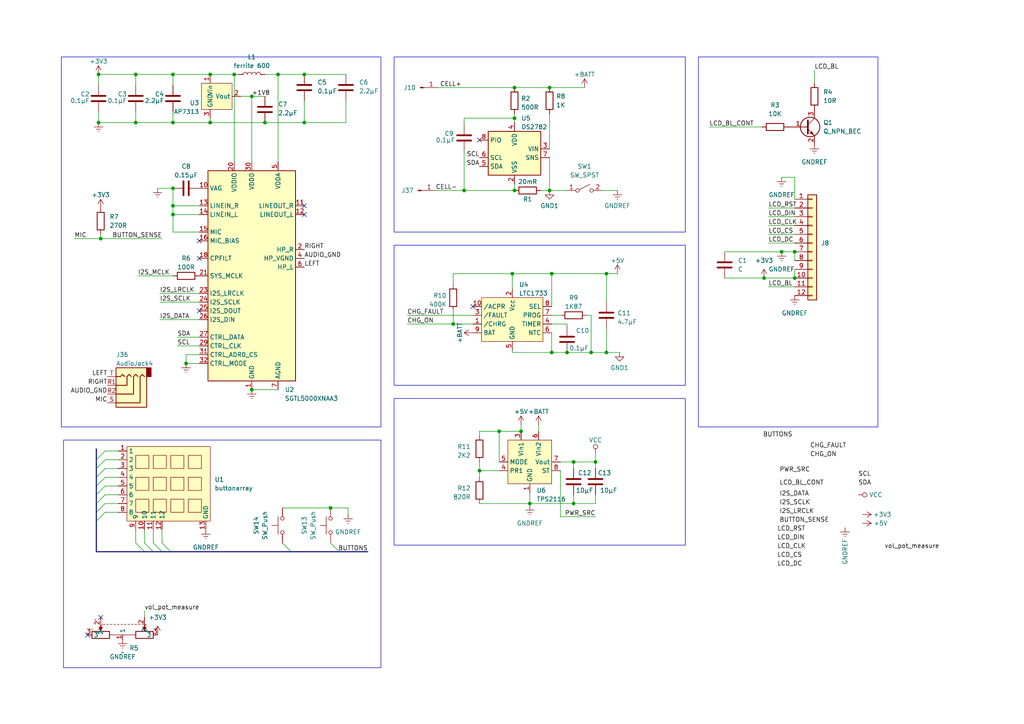
<source format=kicad_sch>
(kicad_sch (version 20230121) (generator eeschema)
  (paper "A4")
  (junction (at 50.165 54.61))
  (junction (at 172.72 133.985))
  (junction (at 497.84 48.895))
  (junction (at 67.945 21.59))
  (junction (at 538.48 40.005))
  (junction (at 148.59 79.375))
  (junction (at 572.77 40.005))
  (junction (at 60.96 35.56))
  (junction (at 351.79 12.065))
  (junction (at 149.225 34.29))
  (junction (at 88.265 35.56))
  (junction (at 549.91 40.005))
  (junction (at 50.165 59.69))
  (junction (at 160.02 79.375))
  (junction (at 438.15 70.485))
  (junction (at 149.225 25.4))
  (junction (at 39.37 35.56))
  (junction (at 28.575 21.59))
  (junction (at 538.48 28.575))
  (junction (at 39.37 21.59))
  (junction (at 164.465 102.235))
  (junction (at 584.2 40.005))
  (junction (at 595.63 40.005))
  (junction (at 159.385 55.245))
  (junction (at 518.16 48.895))
  (junction (at 149.225 55.245))
  (junction (at 469.9 28.575))
  (junction (at 481.33 48.895))
  (junction (at 348.615 99.06))
  (junction (at 422.91 83.185))
  (junction (at 422.91 70.485))
  (junction (at 391.795 197.485))
  (junction (at 584.2 28.575))
  (junction (at 153.67 146.05))
  (junction (at 447.04 38.735))
  (junction (at 457.2 57.785))
  (junction (at 131.445 93.98))
  (junction (at 411.48 62.865))
  (junction (at 411.48 83.185))
  (junction (at 344.17 27.305))
  (junction (at 159.385 25.4))
  (junction (at 175.895 79.375))
  (junction (at 50.165 21.59))
  (junction (at 144.78 125.095))
  (junction (at 478.79 28.575))
  (junction (at 76.835 35.56))
  (junction (at 377.825 74.93))
  (junction (at 549.91 28.575))
  (junction (at 171.45 102.235))
  (junction (at 151.13 125.095))
  (junction (at 377.825 78.74))
  (junction (at 502.92 48.895))
  (junction (at 561.34 28.575))
  (junction (at 362.585 99.06))
  (junction (at 230.505 80.645))
  (junction (at 160.02 102.235))
  (junction (at 514.35 48.895))
  (junction (at 73.025 113.03))
  (junction (at 458.47 28.575))
  (junction (at 500.38 48.895))
  (junction (at 458.47 38.735))
  (junction (at 361.95 12.065))
  (junction (at 175.895 102.235))
  (junction (at 561.34 40.005))
  (junction (at 50.165 35.56))
  (junction (at 88.265 21.59))
  (junction (at 230.505 73.025))
  (junction (at 476.885 226.695) (diameter 1.016))
  (junction (at 166.37 133.985))
  (junction (at 53.975 105.41))
  (junction (at 60.96 21.59))
  (junction (at 95.885 147.32))
  (junction (at 518.16 28.575))
  (junction (at 29.21 69.215))
  (junction (at 411.48 57.785))
  (junction (at 391.795 207.645))
  (junction (at 505.46 48.895))
  (junction (at 344.17 29.845))
  (junction (at 508 48.895))
  (junction (at 80.645 21.59))
  (junction (at 527.05 28.575))
  (junction (at 226.695 73.025))
  (junction (at 221.615 80.645))
  (junction (at 73.025 27.94))
  (junction (at 166.37 146.05))
  (junction (at 328.93 50.165))
  (junction (at 397.51 12.065))
  (junction (at 134.62 55.245))
  (junction (at 510.54 48.895))
  (junction (at 572.77 28.575))
  (junction (at 50.165 62.23))
  (junction (at 370.205 207.645))
  (junction (at 478.79 48.895))
  (junction (at 28.575 35.56))
  (junction (at 139.065 136.525))
  (no_connect (at 137.16 88.9))
  (no_connect (at 139.065 40.64))
  (no_connect (at 57.785 69.85))
  (no_connect (at 88.265 59.69))
  (no_connect (at 344.17 19.685))
  (no_connect (at 498.475 236.855))
  (no_connect (at 29.21 179.07))
  (no_connect (at 88.265 62.23))
  (no_connect (at 509.905 254.635))
  (no_connect (at 25.4 184.15))
  (no_connect (at 344.17 17.145))
  (no_connect (at 57.785 90.17))
  (no_connect (at 498.475 234.315))
  (no_connect (at 57.785 74.93))
  (bus_entry (at 95.885 157.48) (size 2.54 2.54))
  (bus_entry (at 30.48 143.51) (size -2.54 2.54))
  (bus_entry (at 548.64 109.855) (size 2.54 2.54))
  (bus_entry (at 46.99 157.48) (size 2.54 2.54))
  (bus_entry (at 548.64 142.875) (size 2.54 2.54))
  (bus_entry (at 39.37 157.48) (size 2.54 2.54))
  (bus_entry (at 30.48 135.89) (size -2.54 2.54))
  (bus_entry (at 548.64 132.715) (size 2.54 2.54))
  (bus_entry (at 548.64 127.635) (size 2.54 2.54))
  (bus_entry (at 30.48 140.97) (size -2.54 2.54))
  (bus_entry (at 30.48 133.35) (size -2.54 2.54))
  (bus_entry (at 30.48 130.81) (size -2.54 2.54))
  (bus_entry (at 548.64 117.475) (size 2.54 2.54))
  (bus_entry (at 548.64 140.335) (size 2.54 2.54))
  (bus_entry (at 548.64 125.095) (size 2.54 2.54))
  (bus_entry (at 41.91 157.48) (size 2.54 2.54))
  (bus_entry (at 548.64 114.935) (size 2.54 2.54))
  (bus_entry (at 548.64 112.395) (size 2.54 2.54))
  (bus_entry (at 548.64 130.175) (size 2.54 2.54))
  (bus_entry (at 548.64 137.795) (size 2.54 2.54))
  (bus_entry (at 30.48 146.05) (size -2.54 2.54))
  (bus_entry (at 548.64 135.255) (size 2.54 2.54))
  (bus_entry (at 548.64 120.015) (size 2.54 2.54))
  (bus_entry (at 30.48 148.59) (size -2.54 2.54))
  (bus_entry (at 30.48 138.43) (size -2.54 2.54))
  (bus_entry (at 44.45 157.48) (size 2.54 2.54))
  (bus_entry (at 81.915 157.48) (size 2.54 2.54))
  (bus_entry (at 548.64 122.555) (size 2.54 2.54))
  (wire (pts (xy 118.11 91.44) (xy 137.16 91.44)))
  (wire (pts (xy 73.025 113.03) (xy 80.645 113.03)))
  (wire (pts (xy 498.475 231.775) (xy 487.045 231.775)))
  (wire (pts (xy 595.63 37.465) (xy 595.63 40.005)))
  (wire (pts (xy 572.77 29.845) (xy 572.77 28.575)))
  (wire (pts (xy 533.4 109.855) (xy 548.64 109.855)))
  (wire (pts (xy 390.525 96.52) (xy 407.035 96.52)))
  (wire (pts (xy 505.46 48.895) (xy 508 48.895)))
  (wire (pts (xy 422.91 71.755) (xy 422.91 70.485)))
  (wire (pts (xy 469.9 120.015) (xy 455.93 120.015)))
  (wire (pts (xy 144.78 133.985) (xy 144.78 125.095)))
  (wire (pts (xy 222.885 62.865) (xy 230.505 62.865)))
  (wire (pts (xy 160.02 102.235) (xy 148.59 102.235)))
  (polyline (pts (xy 549.275 260.985) (xy 471.805 260.985)) (stroke (width 0) (type solid)))
  (wire (pts (xy 469.9 78.105) (xy 445.77 78.105)))
  (wire (pts (xy 497.84 48.895) (xy 500.38 48.895)))
  (wire (pts (xy 413.385 207.645) (xy 423.545 207.645)))
  (wire (pts (xy 533.4 89.535) (xy 548.64 89.535)))
  (wire (pts (xy 60.96 21.59) (xy 67.945 21.59)))
  (wire (pts (xy 384.175 74.93) (xy 377.825 74.93)))
  (wire (pts (xy 159.385 25.4) (xy 169.545 25.4)))
  (wire (pts (xy 100.965 147.32) (xy 100.965 149.225)))
  (wire (pts (xy 487.045 219.075) (xy 498.475 219.075)))
  (wire (pts (xy 144.78 136.525) (xy 139.065 136.525)))
  (bus (pts (xy 27.94 146.05) (xy 27.94 148.59)))
  (wire (pts (xy 422.91 69.215) (xy 422.91 70.485)))
  (wire (pts (xy 539.75 247.015) (xy 532.765 247.015)))
  (wire (pts (xy 30.48 148.59) (xy 34.29 148.59)))
  (wire (pts (xy 172.72 146.05) (xy 166.37 146.05)))
  (wire (pts (xy 533.4 137.795) (xy 548.64 137.795)))
  (wire (pts (xy 29.21 69.215) (xy 46.99 69.215)))
  (wire (pts (xy 159.385 55.245) (xy 159.385 45.72)))
  (wire (pts (xy 172.72 143.51) (xy 172.72 146.05)))
  (wire (pts (xy 431.165 90.805) (xy 431.165 93.345)))
  (wire (pts (xy 139.065 126.365) (xy 139.065 125.095)))
  (wire (pts (xy 50.165 59.69) (xy 50.165 62.23)))
  (wire (pts (xy 230.505 51.435) (xy 230.505 57.785)))
  (wire (pts (xy 481.33 48.895) (xy 478.79 48.895)))
  (wire (pts (xy 491.49 48.895) (xy 497.84 48.895)))
  (wire (pts (xy 476.885 224.155) (xy 476.885 226.695)))
  (wire (pts (xy 390.525 99.06) (xy 407.035 99.06)))
  (wire (pts (xy 139.065 133.985) (xy 139.065 136.525)))
  (wire (pts (xy 160.02 88.9) (xy 160.02 79.375)))
  (wire (pts (xy 159.385 55.245) (xy 164.465 55.245)))
  (wire (pts (xy 457.2 67.945) (xy 457.2 66.675)))
  (wire (pts (xy 447.04 37.465) (xy 447.04 38.735)))
  (wire (pts (xy 481.33 48.895) (xy 483.87 48.895)))
  (wire (pts (xy 584.2 37.465) (xy 584.2 40.005)))
  (wire (pts (xy 30.48 143.51) (xy 34.29 143.51)))
  (wire (pts (xy 467.36 73.025) (xy 469.9 73.025)))
  (wire (pts (xy 30.48 138.43) (xy 34.29 138.43)))
  (wire (pts (xy 69.85 27.94) (xy 73.025 27.94)))
  (wire (pts (xy 118.11 93.98) (xy 131.445 93.98)))
  (wire (pts (xy 467.36 57.785) (xy 467.36 73.025)))
  (wire (pts (xy 41.91 157.48) (xy 41.91 153.67)))
  (bus (pts (xy 551.18 130.175) (xy 551.18 127.635)))
  (wire (pts (xy 344.17 24.765) (xy 344.17 27.305)))
  (wire (pts (xy 351.79 10.795) (xy 351.79 12.065)))
  (wire (pts (xy 50.165 62.23) (xy 57.785 62.23)))
  (wire (pts (xy 377.825 74.93) (xy 377.825 78.74)))
  (wire (pts (xy 30.48 133.35) (xy 34.29 133.35)))
  (wire (pts (xy 469.9 146.685) (xy 455.93 146.685)))
  (wire (pts (xy 172.72 133.985) (xy 172.72 135.89)))
  (wire (pts (xy 476.885 226.695) (xy 498.475 226.695)))
  (wire (pts (xy 533.4 81.915) (xy 548.64 81.915)))
  (bus (pts (xy 27.94 133.35) (xy 27.94 135.89)))
  (wire (pts (xy 380.365 207.645) (xy 391.795 207.645)))
  (bus (pts (xy 98.425 160.02) (xy 106.68 160.02)))
  (wire (pts (xy 532.765 247.015) (xy 532.765 249.555)))
  (wire (pts (xy 88.265 29.21) (xy 88.265 35.56)))
  (wire (pts (xy 498.475 216.535) (xy 487.045 216.535)))
  (bus (pts (xy 27.94 130.175) (xy 27.94 133.35)))
  (wire (pts (xy 549.91 40.005) (xy 538.48 40.005)))
  (wire (pts (xy 179.705 102.235) (xy 175.895 102.235)))
  (wire (pts (xy 344.17 29.845) (xy 344.17 32.385)))
  (wire (pts (xy 127 25.4) (xy 149.225 25.4)))
  (wire (pts (xy 533.4 97.155) (xy 548.64 97.155)))
  (wire (pts (xy 484.505 221.615) (xy 484.505 216.535)))
  (wire (pts (xy 510.54 48.895) (xy 514.35 48.895)))
  (wire (pts (xy 80.645 21.59) (xy 88.265 21.59)))
  (wire (pts (xy 533.4 127.635) (xy 548.64 127.635)))
  (wire (pts (xy 533.4 153.035) (xy 548.64 153.035)))
  (wire (pts (xy 478.79 28.575) (xy 478.79 48.895)))
  (wire (pts (xy 149.225 34.29) (xy 149.225 35.56)))
  (wire (pts (xy 391.795 207.645) (xy 405.765 207.645)))
  (wire (pts (xy 508 48.895) (xy 510.54 48.895)))
  (wire (pts (xy 533.4 150.495) (xy 548.64 150.495)))
  (wire (pts (xy 134.62 43.815) (xy 134.62 55.245)))
  (wire (pts (xy 162.56 91.44) (xy 160.02 91.44)))
  (wire (pts (xy 362.585 87.63) (xy 362.585 99.06)))
  (wire (pts (xy 509.905 249.555) (xy 501.015 249.555)))
  (polyline (pts (xy 471.805 198.755) (xy 549.275 198.755)) (stroke (width 0) (type solid)))
  (wire (pts (xy 422.91 79.375) (xy 422.91 83.185)))
  (bus (pts (xy 551.18 125.095) (xy 551.18 122.555)))
  (wire (pts (xy 50.165 32.385) (xy 50.165 35.56)))
  (wire (pts (xy 175.895 79.375) (xy 160.02 79.375)))
  (wire (pts (xy 508 61.595) (xy 508 48.895)))
  (wire (pts (xy 39.37 32.385) (xy 39.37 35.56)))
  (wire (pts (xy 396.875 202.565) (xy 398.145 202.565)))
  (wire (pts (xy 81.915 147.32) (xy 95.885 147.32)))
  (wire (pts (xy 527.05 37.465) (xy 527.05 40.005)))
  (wire (pts (xy 443.865 90.805) (xy 431.165 90.805)))
  (wire (pts (xy 39.37 157.48) (xy 39.37 153.67)))
  (wire (pts (xy 46.99 157.48) (xy 46.99 153.67)))
  (wire (pts (xy 222.885 60.325) (xy 230.505 60.325)))
  (wire (pts (xy 151.13 123.19) (xy 151.13 125.095)))
  (wire (pts (xy 458.47 28.575) (xy 469.9 28.575)))
  (wire (pts (xy 226.695 51.435) (xy 230.505 51.435)))
  (wire (pts (xy 411.48 79.375) (xy 411.48 83.185)))
  (wire (pts (xy 572.77 37.465) (xy 572.77 40.005)))
  (wire (pts (xy 76.835 21.59) (xy 80.645 21.59)))
  (wire (pts (xy 377.825 111.76) (xy 377.825 113.03)))
  (wire (pts (xy 370.205 197.485) (xy 370.205 207.645)))
  (wire (pts (xy 427.99 132.715) (xy 431.8 132.715)))
  (wire (pts (xy 533.4 130.175) (xy 548.64 130.175)))
  (wire (pts (xy 455.93 114.935) (xy 469.9 114.935)))
  (wire (pts (xy 149.225 33.02) (xy 149.225 34.29)))
  (wire (pts (xy 80.645 21.59) (xy 80.645 46.99)))
  (wire (pts (xy 362.585 99.06) (xy 365.125 99.06)))
  (wire (pts (xy 328.295 90.17) (xy 338.455 90.17)))
  (wire (pts (xy 525.145 249.555) (xy 532.765 249.555)))
  (wire (pts (xy 455.93 94.615) (xy 469.9 94.615)))
  (wire (pts (xy 538.48 29.845) (xy 538.48 28.575)))
  (wire (pts (xy 44.45 157.48) (xy 44.45 153.67)))
  (wire (pts (xy 447.04 29.845) (xy 447.04 28.575)))
  (bus (pts (xy 551.18 117.475) (xy 551.18 114.935)))
  (wire (pts (xy 483.87 48.895) (xy 483.87 61.595)))
  (wire (pts (xy 362.585 80.01) (xy 362.585 78.74)))
  (wire (pts (xy 455.93 102.235) (xy 469.9 102.235)))
  (wire (pts (xy 131.445 79.375) (xy 148.59 79.375)))
  (wire (pts (xy 344.17 27.305) (xy 353.06 27.305)))
  (wire (pts (xy 384.175 76.2) (xy 384.175 74.93)))
  (wire (pts (xy 533.4 104.775) (xy 548.64 104.775)))
  (wire (pts (xy 538.48 28.575) (xy 549.91 28.575)))
  (wire (pts (xy 53.975 102.87) (xy 53.975 105.41)))
  (wire (pts (xy 50.165 67.31) (xy 50.165 62.23)))
  (wire (pts (xy 372.745 197.485) (xy 370.205 197.485)))
  (wire (pts (xy 538.48 40.005) (xy 527.05 40.005)))
  (wire (pts (xy 411.48 57.785) (xy 441.96 57.785)))
  (wire (pts (xy 417.83 132.715) (xy 417.83 136.525)))
  (wire (pts (xy 533.4 140.335) (xy 548.64 140.335)))
  (wire (pts (xy 50.165 24.765) (xy 50.165 21.59)))
  (wire (pts (xy 539.75 62.865) (xy 539.75 69.215)))
  (wire (pts (xy 533.4 132.715) (xy 548.64 132.715)))
  (wire (pts (xy 478.79 27.305) (xy 478.79 28.575)))
  (wire (pts (xy 533.4 147.955) (xy 548.64 147.955)))
  (wire (pts (xy 50.165 35.56) (xy 60.96 35.56)))
  (bus (pts (xy 551.18 109.855) (xy 574.04 109.855)))
  (wire (pts (xy 533.4 107.315) (xy 548.64 107.315)))
  (wire (pts (xy 457.2 57.785) (xy 467.36 57.785)))
  (wire (pts (xy 476.885 226.695) (xy 476.885 227.965)))
  (wire (pts (xy 45.72 54.61) (xy 50.165 54.61)))
  (wire (pts (xy 222.885 83.185) (xy 230.505 83.185)))
  (wire (pts (xy 411.48 55.245) (xy 411.48 57.785)))
  (wire (pts (xy 549.91 29.845) (xy 549.91 28.575)))
  (wire (pts (xy 39.37 35.56) (xy 50.165 35.56)))
  (wire (pts (xy 51.435 97.79) (xy 57.785 97.79)))
  (wire (pts (xy 139.065 125.095) (xy 144.78 125.095)))
  (bus (pts (xy 27.94 148.59) (xy 27.94 151.13)))
  (wire (pts (xy 153.67 146.685) (xy 153.67 146.05)))
  (wire (pts (xy 445.77 78.105) (xy 445.77 70.485)))
  (wire (pts (xy 139.065 146.05) (xy 153.67 146.05)))
  (wire (pts (xy 153.67 142.875) (xy 153.67 146.05)))
  (wire (pts (xy 160.02 96.52) (xy 160.02 102.235)))
  (wire (pts (xy 131.445 93.98) (xy 137.16 93.98)))
  (wire (pts (xy 380.365 197.485) (xy 391.795 197.485)))
  (wire (pts (xy 67.945 21.59) (xy 67.945 46.99)))
  (wire (pts (xy 561.34 40.005) (xy 549.91 40.005)))
  (wire (pts (xy 30.48 135.89) (xy 34.29 135.89)))
  (wire (pts (xy 544.195 236.855) (xy 544.195 241.935)))
  (wire (pts (xy 29.21 67.945) (xy 29.21 69.215)))
  (bus (pts (xy 27.94 140.97) (xy 27.94 143.51)))
  (wire (pts (xy 361.95 20.955) (xy 361.95 22.225)))
  (wire (pts (xy 491.49 61.595) (xy 491.49 48.895)))
  (wire (pts (xy 533.4 155.575) (xy 548.64 155.575)))
  (bus (pts (xy 27.94 160.02) (xy 41.91 160.02)))
  (wire (pts (xy 372.745 207.645) (xy 370.205 207.645)))
  (wire (pts (xy 438.15 70.485) (xy 438.15 71.755)))
  (polyline (pts (xy 549.275 198.755) (xy 549.275 260.985)) (stroke (width 0) (type solid)))
  (wire (pts (xy 541.655 236.855) (xy 544.195 236.855)))
  (wire (pts (xy 230.505 78.105) (xy 230.505 80.645)))
  (bus (pts (xy 551.18 140.335) (xy 551.18 137.795)))
  (wire (pts (xy 221.615 80.645) (xy 230.505 80.645)))
  (wire (pts (xy 509.905 252.095) (xy 501.015 252.095)))
  (wire (pts (xy 561.34 28.575) (xy 572.77 28.575)))
  (wire (pts (xy 149.225 34.29) (xy 134.62 34.29)))
  (wire (pts (xy 595.63 40.005) (xy 595.63 41.91)))
  (wire (pts (xy 595.63 29.845) (xy 595.63 28.575)))
  (bus (pts (xy 551.18 112.395) (xy 551.18 109.855)))
  (wire (pts (xy 166.37 143.51) (xy 166.37 146.05)))
  (wire (pts (xy 411.48 57.785) (xy 411.48 62.865)))
  (wire (pts (xy 139.065 136.525) (xy 139.065 138.43)))
  (wire (pts (xy 222.885 67.945) (xy 230.505 67.945)))
  (wire (pts (xy 449.58 57.785) (xy 457.2 57.785)))
  (wire (pts (xy 76.835 35.56) (xy 88.265 35.56)))
  (wire (pts (xy 518.16 48.895) (xy 518.16 61.595)))
  (bus (pts (xy 551.18 145.415) (xy 551.18 142.875)))
  (wire (pts (xy 57.785 102.87) (xy 53.975 102.87)))
  (wire (pts (xy 166.37 135.89) (xy 166.37 133.985)))
  (wire (pts (xy 584.2 28.575) (xy 595.63 28.575)))
  (wire (pts (xy 533.4 135.255) (xy 548.64 135.255)))
  (wire (pts (xy 533.4 92.075) (xy 548.64 92.075)))
  (wire (pts (xy 30.48 130.81) (xy 34.29 130.81)))
  (bus (pts (xy 44.45 160.02) (xy 46.99 160.02)))
  (wire (pts (xy 148.59 102.235) (xy 148.59 101.6)))
  (wire (pts (xy 498.475 221.615) (xy 484.505 221.615)))
  (wire (pts (xy 502.92 61.595) (xy 502.92 48.895)))
  (wire (pts (xy 166.37 146.05) (xy 153.67 146.05)))
  (wire (pts (xy 226.695 73.025) (xy 230.505 73.025)))
  (wire (pts (xy 458.47 37.465) (xy 458.47 38.735)))
  (wire (pts (xy 149.225 55.245) (xy 149.225 53.34)))
  (wire (pts (xy 533.4 84.455) (xy 548.64 84.455)))
  (wire (pts (xy 171.45 102.235) (xy 164.465 102.235)))
  (wire (pts (xy 144.78 125.095) (xy 151.13 125.095)))
  (wire (pts (xy 346.075 99.06) (xy 348.615 99.06)))
  (wire (pts (xy 50.165 21.59) (xy 60.96 21.59)))
  (wire (pts (xy 372.11 12.065) (xy 361.95 12.065)))
  (bus (pts (xy 27.94 143.51) (xy 27.94 146.05)))
  (wire (pts (xy 518.16 28.575) (xy 527.05 28.575)))
  (wire (pts (xy 518.16 28.575) (xy 518.16 48.895)))
  (wire (pts (xy 46.355 85.09) (xy 57.785 85.09)))
  (wire (pts (xy 422.91 83.185) (xy 469.9 83.185)))
  (wire (pts (xy 469.9 29.845) (xy 469.9 28.575)))
  (bus (pts (xy 551.18 122.555) (xy 551.18 120.015)))
  (wire (pts (xy 391.795 197.485) (xy 423.545 197.485)))
  (bus (pts (xy 551.18 120.015) (xy 551.18 117.475)))
  (wire (pts (xy 584.2 40.005) (xy 595.63 40.005)))
  (wire (pts (xy 445.77 70.485) (xy 438.15 70.485)))
  (wire (pts (xy 533.4 117.475) (xy 548.64 117.475)))
  (wire (pts (xy 455.93 97.155) (xy 469.9 97.155)))
  (wire (pts (xy 131.445 90.17) (xy 131.445 93.98)))
  (wire (pts (xy 438.15 80.645) (xy 438.15 79.375)))
  (wire (pts (xy 449.58 62.865) (xy 449.58 75.565)))
  (bus (pts (xy 27.94 135.89) (xy 27.94 138.43)))
  (wire (pts (xy 41.91 177.165) (xy 41.91 179.07)))
  (wire (pts (xy 172.72 149.86) (xy 162.56 149.86)))
  (wire (pts (xy 349.885 104.14) (xy 365.125 104.14)))
  (wire (pts (xy 384.175 83.82) (xy 384.175 85.09)))
  (wire (pts (xy 584.2 29.845) (xy 584.2 28.575)))
  (wire (pts (xy 549.91 37.465) (xy 549.91 40.005)))
  (wire (pts (xy 449.58 75.565) (xy 469.9 75.565)))
  (wire (pts (xy 455.93 99.695) (xy 469.9 99.695)))
  (wire (pts (xy 21.59 69.215) (xy 29.21 69.215)))
  (wire (pts (xy 28.575 24.765) (xy 28.575 21.59)))
  (wire (pts (xy 487.045 229.235) (xy 498.475 229.235)))
  (wire (pts (xy 601.345 102.87) (xy 601.345 105.41)))
  (polyline (pts (xy 471.805 260.985) (xy 471.805 198.755)) (stroke (width 0) (type solid)))
  (wire (pts (xy 50.165 54.61) (xy 50.165 59.69)))
  (wire (pts (xy 205.74 36.83) (xy 220.98 36.83)))
  (wire (pts (xy 469.9 90.805) (xy 451.485 90.805)))
  (wire (pts (xy 236.22 24.13) (xy 236.22 20.32)))
  (wire (pts (xy 321.31 50.165) (xy 328.93 50.165)))
  (wire (pts (xy 95.885 147.32) (xy 100.965 147.32)))
  (wire (pts (xy 162.56 136.525) (xy 162.56 149.86)))
  (wire (pts (xy 210.185 73.025) (xy 226.695 73.025)))
  (wire (pts (xy 390.525 104.14) (xy 407.035 104.14)))
  (bus (pts (xy 551.18 132.715) (xy 551.18 130.175)))
  (wire (pts (xy 351.79 12.065) (xy 361.95 12.065)))
  (bus (pts (xy 27.94 151.13) (xy 27.94 160.02)))
  (wire (pts (xy 230.505 73.025) (xy 230.505 75.565)))
  (wire (pts (xy 156.21 123.19) (xy 156.21 125.095)))
  (wire (pts (xy 210.185 80.645) (xy 221.615 80.645)))
  (wire (pts (xy 500.38 48.895) (xy 502.92 48.895)))
  (wire (pts (xy 458.47 29.845) (xy 458.47 28.575)))
  (wire (pts (xy 514.35 48.895) (xy 518.16 48.895)))
  (wire (pts (xy 476.885 216.535) (xy 484.505 216.535)))
  (wire (pts (xy 441.96 132.715) (xy 469.9 132.715)))
  (wire (pts (xy 501.65 163.195) (xy 501.65 165.735)))
  (wire (pts (xy 498.475 224.155) (xy 487.045 224.155)))
  (wire (pts (xy 514.35 61.595) (xy 514.35 48.895)))
  (wire (pts (xy 447.04 28.575) (xy 458.47 28.575)))
  (wire (pts (xy 481.33 61.595) (xy 481.33 48.895)))
  (wire (pts (xy 131.445 82.55) (xy 131.445 79.375)))
  (wire (pts (xy 469.9 38.735) (xy 469.9 37.465)))
  (wire (pts (xy 539.75 62.865) (xy 544.83 62.865)))
  (wire (pts (xy 411.48 83.185) (xy 422.91 83.185)))
  (wire (pts (xy 505.46 61.595) (xy 505.46 48.895)))
  (wire (pts (xy 88.265 35.56) (xy 100.33 35.56)))
  (wire (pts (xy 175.895 87.63) (xy 175.895 79.375)))
  (wire (pts (xy 527.05 28.575) (xy 538.48 28.575)))
  (wire (pts (xy 431.165 103.505) (xy 431.165 106.045)))
  (bus (pts (xy 49.53 160.02) (xy 84.455 160.02)))
  (wire (pts (xy 175.895 95.25) (xy 175.895 102.235)))
  (wire (pts (xy 397.51 20.955) (xy 397.51 22.225)))
  (wire (pts (xy 164.465 93.98) (xy 164.465 94.615)))
  (wire (pts (xy 134.62 34.29) (xy 134.62 36.195)))
  (wire (pts (xy 422.91 70.485) (xy 438.15 70.485)))
  (wire (pts (xy 134.62 55.245) (xy 149.225 55.245)))
  (bus (pts (xy 27.94 138.43) (xy 27.94 140.97)))
  (wire (pts (xy 411.48 83.185) (xy 411.48 85.725)))
  (wire (pts (xy 160.02 102.235) (xy 164.465 102.235)))
  (wire (pts (xy 385.445 202.565) (xy 386.715 202.565)))
  (wire (pts (xy 525.145 254.635) (xy 539.75 254.635)))
  (wire (pts (xy 527.05 29.845) (xy 527.05 28.575)))
  (wire (pts (xy 377.825 78.74) (xy 377.825 91.44)))
  (wire (pts (xy 447.04 38.735) (xy 447.04 41.275)))
  (wire (pts (xy 561.34 37.465) (xy 561.34 40.005)))
  (wire (pts (xy 502.92 48.895) (xy 505.46 48.895)))
  (bus (pts (xy 551.18 135.255) (xy 551.18 132.715)))
  (wire (pts (xy 46.355 92.71) (xy 57.785 92.71)))
  (bus (pts (xy 41.91 160.02) (xy 44.45 160.02)))
  (wire (pts (xy 156.845 55.245) (xy 159.385 55.245)))
  (wire (pts (xy 469.9 144.145) (xy 455.93 144.145)))
  (wire (pts (xy 510.54 48.895) (xy 510.54 61.595)))
  (wire (pts (xy 561.34 29.845) (xy 561.34 28.575)))
  (wire (pts (xy 174.625 55.245) (xy 179.07 55.245)))
  (wire (pts (xy 391.795 206.375) (xy 391.795 207.645)))
  (wire (pts (xy 500.38 61.595) (xy 500.38 48.895)))
  (wire (pts (xy 344.17 29.845) (xy 353.06 29.845)))
  (wire (pts (xy 171.45 91.44) (xy 171.45 102.235)))
  (wire (pts (xy 172.72 133.985) (xy 166.37 133.985)))
  (wire (pts (xy 344.17 12.065) (xy 351.79 12.065)))
  (wire (pts (xy 159.385 33.02) (xy 159.385 43.18)))
  (wire (pts (xy 379.73 19.685) (xy 379.73 20.955)))
  (wire (pts (xy 328.93 51.435) (xy 328.93 50.165)))
  (wire (pts (xy 348.615 90.17) (xy 348.615 99.06)))
  (wire (pts (xy 438.15 80.645) (xy 469.9 80.645)))
  (wire (pts (xy 478.79 48.895) (xy 478.79 61.595)))
  (wire (pts (xy 533.4 112.395) (xy 548.64 112.395)))
  (wire (pts (xy 457.2 57.785) (xy 457.2 59.055)))
  (wire (pts (xy 30.48 140.97) (xy 34.29 140.97)))
  (wire (pts (xy 149.225 25.4) (xy 159.385 25.4)))
  (wire (pts (xy 572.77 40.005) (xy 561.34 40.005)))
  (wire (pts (xy 397.51 13.335) (xy 397.51 12.065)))
  (wire (pts (xy 533.4 79.375) (xy 548.64 79.375)))
  (wire (pts (xy 552.45 71.755) (xy 566.42 71.755)))
  (wire (pts (xy 572.77 28.575) (xy 584.2 28.575)))
  (wire (pts (xy 469.9 28.575) (xy 478.79 28.575)))
  (bus (pts (xy 46.99 160.02) (xy 49.53 160.02)))
  (bus (pts (xy 551.18 114.935) (xy 551.18 112.395)))
  (wire (pts (xy 533.4 122.555) (xy 548.64 122.555)))
  (wire (pts (xy 73.025 27.94) (xy 73.025 46.99)))
  (wire (pts (xy 46.355 87.63) (xy 57.785 87.63)))
  (wire (pts (xy 40.005 80.01) (xy 50.165 80.01)))
  (wire (pts (xy 222.885 70.485) (xy 230.505 70.485)))
  (bus (pts (xy 551.18 127.635) (xy 551.18 125.095)))
  (wire (pts (xy 160.02 93.98) (xy 164.465 93.98)))
  (wire (pts (xy 370.205 207.645) (xy 370.205 210.185)))
  (bus (pts (xy 84.455 160.02) (xy 98.425 160.02)))
  (wire (pts (xy 469.9 106.045) (xy 455.93 106.045)))
  (wire (pts (xy 28.575 35.56) (xy 39.37 35.56)))
  (wire (pts (xy 175.895 102.235) (xy 171.45 102.235)))
  (wire (pts (xy 28.575 21.59) (xy 39.37 21.59)))
  (wire (pts (xy 533.4 125.095) (xy 548.64 125.095)))
  (wire (pts (xy 487.045 213.995) (xy 498.475 213.995)))
  (wire (pts (xy 57.785 67.31) (xy 50.165 67.31)))
  (wire (pts (xy 538.48 37.465) (xy 538.48 40.005)))
  (wire (pts (xy 533.4 120.015) (xy 548.64 120.015)))
  (bus (pts (xy 551.18 137.795) (xy 551.18 135.255)))
  (wire (pts (xy 39.37 21.59) (xy 50.165 21.59)))
  (wire (pts (xy 28.575 32.385) (xy 28.575 35.56)))
  (wire (pts (xy 391.795 198.755) (xy 391.795 197.485)))
  (wire (pts (xy 458.47 38.735) (xy 469.9 38.735)))
  (wire (pts (xy 552.45 62.865) (xy 566.42 62.865)))
  (wire (pts (xy 88.265 21.59) (xy 100.33 21.59)))
  (wire (pts (xy 533.4 69.215) (xy 539.75 69.215)))
  (wire (pts (xy 222.885 65.405) (xy 230.505 65.405)))
  (wire (pts (xy 533.4 86.995) (xy 548.64 86.995)))
  (wire (pts (xy 387.35 12.065) (xy 397.51 12.065)))
  (wire (pts (xy 100.33 35.56) (xy 100.33 29.21)))
  (wire (pts (xy 73.025 27.94) (xy 76.835 27.94)))
  (wire (pts (xy 348.615 99.06) (xy 362.585 99.06)))
  (wire (pts (xy 50.165 59.69) (xy 57.785 59.69)))
  (wire (pts (xy 166.37 133.985) (xy 162.56 133.985)))
  (wire (pts (xy 533.4 102.235) (xy 548.64 102.235)))
  (wire (pts (xy 533.4 71.755) (xy 544.83 71.755)))
  (wire (pts (xy 39.37 24.765) (xy 39.37 21.59)))
  (wire (pts (xy 377.825 73.66) (xy 377.825 74.93)))
  (wire (pts (xy 30.48 146.05) (xy 34.29 146.05)))
  (wire (pts (xy 67.945 21.59) (xy 69.215 21.59)))
  (wire (pts (xy 447.04 38.735) (xy 458.47 38.735)))
  (wire (pts (xy 362.585 78.74) (xy 377.825 78.74)))
  (wire (pts (xy 411.48 62.865) (xy 411.48 71.755)))
  (wire (pts (xy 51.435 100.33) (xy 57.785 100.33)))
  (wire (pts (xy 148.59 83.82) (xy 148.59 79.375)))
  (wire (pts (xy 328.295 99.06) (xy 338.455 99.06)))
  (wire (pts (xy 411.48 62.865) (xy 449.58 62.865)))
  (wire (pts (xy 533.4 94.615) (xy 548.64 94.615)))
  (wire (pts (xy 584.2 40.005) (xy 572.77 40.005)))
  (wire (pts (xy 518.16 27.305) (xy 518.16 28.575)))
  (wire (pts (xy 126.365 55.245) (xy 134.62 55.245)))
  (wire (pts (xy 390.525 106.68) (xy 407.035 106.68)))
  (wire (pts (xy 346.075 90.17) (xy 348.615 90.17)))
  (wire (pts (xy 53.975 105.41) (xy 57.785 105.41)))
  (wire (pts (xy 60.96 35.56) (xy 76.835 35.56)))
  (wire (pts (xy 397.51 12.065) (xy 397.51 10.795)))
  (wire (pts (xy 533.4 142.875) (xy 548.64 142.875)))
  (wire (pts (xy 60.96 34.29) (xy 60.96 35.56)))
  (wire (pts (xy 533.4 99.695) (xy 548.64 99.695)))
  (wire (pts (xy 420.37 132.715) (xy 417.83 132.715)))
  (wire (pts (xy 549.91 28.575) (xy 561.34 28.575)))
  (wire (pts (xy 172.72 131.445) (xy 172.72 133.985)))
  (wire (pts (xy 601.345 113.03) (xy 601.345 114.3)))
  (wire (pts (xy 533.4 114.935) (xy 548.64 114.935)))
  (wire (pts (xy 148.59 79.375) (xy 160.02 79.375)))
  (wire (pts (xy 497.84 61.595) (xy 497.84 48.895)))
  (bus (pts (xy 551.18 142.875) (xy 551.18 140.335)))
  (wire (pts (xy 179.07 79.375) (xy 175.895 79.375)))
  (wire (pts (xy 171.45 91.44) (xy 170.18 91.44)))
  (wire (pts (xy 361.95 13.335) (xy 361.95 12.065)))
  (rectangle (start 114.3 16.51) (end 198.755 67.31))
  (rectangle (start 202.565 16.51) (end 254.635 123.825))
  (circle (center 436.88 73.66) (radius 0.635) (stroke (width 0) (color 132 0 0 1)) (fill (type color) (color 132 0 0 1)))
  (rectangle (start 114.3 71.12) (end 198.755 111.76))
  (rectangle (start 17.78 16.51) (end 110.49 123.825))
  (rectangle (start 114.3 115.57) (end 198.755 158.115))
  (rectangle (start 18.415 127.635) (end 110.49 193.675))
  (text "12MHz Crystal" (at 381.635 189.865 0) (effects (font (size 2.54 2.54)) (justify left bottom)))
  (text "Power" (at 358.14 0.635 0) (effects (font (size 2.54 2.54)) (justify left bottom)))
  (text "Flash" (at 346.075 72.39 0) (effects (font (size 2.54 2.54)) (justify left bottom)))
  (text "Make sure R7 and R8 are close to RP2350\n" (at 556.26 67.945 0) (effects (font (size 1.27 1.27)) (justify left bottom)))
  (label "BUTTONS" (at 229.87 127 180))
  (label "LEFT" (at 88.265 77.47 0))
  (label "~{USB_BOOT}" (at 431.165 90.805 0))
  (label "LCD_RST" (at 225.425 154.305 0))
  (label "QSPI_SD0" (at 455.93 94.615 0))
  (label "LCD_CLK" (at 222.885 65.405 0))
  (label "QSPI_SD1" (at 455.93 97.155 0))
  (label "SD_CMD" (at 489.585 219.075 0))
  (label "SDA" (at 139.065 48.26 180))
  (label "CHG_ON" (at 118.11 93.98 0))
  (label "I2S_SCLK" (at 226.06 146.685 0))
  (label "vol_pot_measure" (at 256.54 159.385 0))
  (label "RIGHT" (at 31.115 111.76 180))
  (label "QSPI_SCLK" (at 349.885 104.14 0))
  (label "BUTTONS" (at 106.68 160.02 180))
  (label "QSPI_SCLK" (at 455.93 106.045 0))
  (label "SWCLK" (at 455.93 144.145 0))
  (label "MIC" (at 31.115 116.84 180))
  (label "QSPI_SD3" (at 407.035 106.68 180))
  (label "I2S_SCLK" (at 46.355 87.63 0))
  (label "LCD_DC" (at 222.885 70.485 0))
  (label "VREG_LX" (at 455.93 80.645 0))
  (label "LCD_RST" (at 222.885 60.325 0))
  (label "QSPI_SD2" (at 455.93 99.695 0))
  (label "QSPI_SS" (at 328.295 99.06 0))
  (label "USB_D+" (at 353.06 29.845 180))
  (label "SDA" (at 51.435 97.79 0))
  (label "QSPI_SD2" (at 407.035 104.14 180))
  (label "SCL" (at 51.435 100.33 0))
  (label "RIGHT" (at 88.265 72.39 0))
  (label "SD_DAT0" (at 489.585 229.235 0))
  (label "I2S_LRCLK" (at 226.06 149.225 0))
  (label "XOUT" (at 455.93 120.015 0))
  (label "LCD_BL_CONT" (at 205.74 36.83 0))
  (label "USB_D-" (at 353.06 27.305 180))
  (label "LEFT" (at 31.115 109.22 180))
  (label "CELL+" (at 127.635 25.4 0))
  (label "SD_PWR" (at 501.015 249.555 0))
  (label "CHG_FAULT" (at 118.11 91.44 0))
  (label "SD_DAT2" (at 489.585 213.995 0))
  (label "QSPI_SD1" (at 407.035 99.06 180))
  (label "GPIO0" (at 328.295 90.17 0))
  (label "BUTTONS" (at 574.04 109.855 180))
  (label "LCD_DIN" (at 225.425 156.845 0))
  (label "I2S_LRCLK" (at 46.355 85.09 0))
  (label "LCD_BL" (at 236.22 20.32 0))
  (label "SD_PWR_ON" (at 526.415 254.635 0))
  (label "CHG_FAULT" (at 234.95 130.175 0))
  (label "CELL-" (at 126.365 55.245 0))
  (label "SWD" (at 455.93 146.685 0))
  (label "LCD_CLK" (at 225.425 159.385 0))
  (label "MIC" (at 21.59 69.215 0))
  (label "LCD_CS" (at 225.425 161.925 0))
  (label "XIN" (at 423.545 197.485 180))
  (label "+3.3v" (at 539.75 247.015 180))
  (label "+1V8" (at 73.025 27.94 0))
  (label "QSPI_SD0" (at 407.035 96.52 180))
  (label "LCD_CS" (at 222.885 67.945 0))
  (label "I2S_DATA" (at 226.06 144.145 0))
  (label "XOUT" (at 423.545 207.645 180))
  (label "CHG_ON" (at 234.95 132.715 0))
  (label "I2S_DATA" (at 46.355 92.71 0))
  (label "FLASH_SS" (at 350.52 99.06 0))
  (label "I2S_MCLK" (at 40.005 80.01 0))
  (label "LCD_DC" (at 225.425 164.465 0))
  (label "SCL" (at 248.92 138.43 0))
  (label "BUTTON_SENSE" (at 46.99 69.215 180))
  (label "LCD_BL_CONT" (at 226.06 140.97 0))
  (label "SDA" (at 248.92 140.97 0))
  (label "PWR_SRC" (at 226.06 137.16 0))
  (label "SCL" (at 139.065 45.72 180))
  (label "USB_D-" (at 566.42 71.755 180))
  (label "QSPI_SS" (at 455.93 90.805 0))
  (label "AUDIO_GND" (at 88.265 74.93 0))
  (label "SD_PWR" (at 476.885 216.535 0))
  (label "SD_DAT1" (at 489.585 231.775 0))
  (label "XIN" (at 455.93 114.935 0))
  (label "SD_CLK" (at 489.585 224.155 0))
  (label "BUTTON_SENSE" (at 226.06 151.765 0))
  (label "VREG_AVDD" (at 457.835 57.785 0))
  (label "QSPI_SD3" (at 455.93 102.235 0))
  (label "vol_pot_measure" (at 41.91 177.165 0))
  (label "PWR_SRC" (at 172.72 149.86 180))
  (label "LCD_BL" (at 222.885 83.185 0))
  (label "LCD_DIN" (at 222.885 62.865 0))
  (label "SD_DAT3" (at 489.585 216.535 0))
  (label "USB_D+" (at 566.42 62.865 180))
  (label "RUN" (at 455.93 132.715 0))
  (label "AUDIO_GND" (at 31.115 114.3 180))
  (symbol (lib_id "Device:C") (at 50.165 28.575 0) (mirror y) (unit 1)
    (property "Reference" "C4" (at 47.625 27.305 0) (effects (justify left)))
    (property "Value" "2.2µF" (at 47.625 29.21 0) (effects (justify left)))
    (property "Footprint" "Capacitor_SMD:C_0603_1608Metric_Pad1.08x0.95mm_HandSolder" (effects hide))
  )
  (symbol (lib_id "Device:R") (at 445.77 57.785 90) (unit 1)
    (property "Reference" "R18" (at 444.6016 56.007 0) (effects (justify left)))
    (property "Value" "33" (at 446.913 56.007 0) (effects (justify left)))
    (property "Footprint" "Resistor_SMD:R_0402_1005Metric" (effects hide))
  )
  (symbol (lib_id "power:+3V3") (at 28.575 21.59 0) (unit 1)
    (property "Reference" "#PWR013" (effects hide))
    (property "Value" "+3V3" (at 28.575 17.78 0))
  )
  (symbol (lib_id "power:GNDREF") (at 379.73 20.955 0) (unit 1)
    (property "Reference" "#PWR018" (effects hide))
    (property "Value" "GNDREF" (at 379.73 26.035 0))
  )
  (symbol (lib_id "Device:C") (at 100.33 25.4 0) (unit 1)
    (property "Reference" "C6" (at 104.14 23.876 0) (effects (justify left)))
    (property "Value" "2.2µF" (at 104.14 26.416 0) (effects (justify left)))
    (property "Footprint" "Capacitor_SMD:C_0603_1608Metric_Pad1.08x0.95mm_HandSolder" (effects hide))
  )
  (symbol (lib_id "Device:C") (at 384.175 80.01 0) (unit 1)
    (property "Reference" "C17" (at 387.096 78.8416 0) (effects (justify left)))
    (property "Value" "100n" (at 387.096 81.153 0) (effects (justify left)))
    (property "Footprint" "Capacitor_SMD:C_0402_1005Metric" (effects hide))
  )
  (symbol (lib_id "Device:C") (at 457.2 62.865 0) (unit 1)
    (property "Reference" "C22" (at 461.01 61.595 0) (effects (justify left)))
    (property "Value" "4.7u" (at 461.01 64.135 0) (effects (justify left)))
    (property "Footprint" "Capacitor_SMD:C_0402_1005Metric" (effects hide))
  )
  (symbol (lib_id "Device:C") (at 469.9 33.655 0) (unit 1)
    (property "Reference" "C24" (at 472.821 32.4866 0) (effects (justify left)))
    (property "Value" "100n" (at 472.821 34.798 0) (effects (justify left)))
    (property "Footprint" "Capacitor_SMD:C_0402_1005Metric" (effects hide))
  )
  (symbol (lib_id "Switch:SW_Push") (at 95.885 152.4 90) (unit 1)
    (property "Reference" "SW13" (at 88.265 152.4 0))
    (property "Value" "SW_Push" (at 90.805 152.4 0))
    (property "Footprint" "Button_Switch_THT:SW_PUSH_6mm_H5mm" (effects hide))
  )
  (symbol (lib_id "Device:R") (at 236.22 27.94 0) (unit 1)
    (property "Reference" "R4" (at 238.76 26.6699 0) (effects (justify left)))
    (property "Value" "10R" (at 238.76 29.2099 0) (effects (justify left)))
    (property "Footprint" "Resistor_SMD:R_0603_1608Metric_Pad0.98x0.95mm_HandSolder" (effects hide))
  )
  (symbol (lib_id "power:GND") (at 398.145 202.565 0) (unit 1)
    (property "Reference" "#PWR038" (effects hide))
    (property "Value" "GND" (at 401.955 203.835 0))
  )
  (symbol (lib_id "Audio:SGTL5000XNAA3") (at 73.025 80.01 0) (unit 1)
    (property "Reference" "U2" (at 82.6009 113.03 0) (effects (justify left)))
    (property "Value" "SGTL5000XNAA3" (at 82.6009 115.57 0) (effects (justify left)))
    (property "Footprint" "Package_DFN_QFN:QFN-32-1EP_5x5mm_P0.5mm_EP3.6x3.6mm" (effects hide))
    (property "Datasheet" "https://www.nxp.com/docs/en/data-sheet/SGTL5000.pdf" (effects hide))
  )
  (symbol (lib_id "Device:R") (at 424.18 132.715 270) (unit 1)
    (property "Reference" "R17" (at 424.18 127.4572 90))
    (property "Value" "1k" (at 424.18 129.7686 90))
    (property "Footprint" "Resistor_SMD:R_0402_1005Metric" (effects hide))
  )
  (symbol (lib_id "Device:C") (at 411.48 75.565 0) (unit 1)
    (property "Reference" "C19" (at 414.401 74.7303 0) (effects (justify left)))
    (property "Value" "4.7u" (at 414.401 77.2672 0) (effects (justify left)))
    (property "Footprint" "Capacitor_SMD:C_0402_1005Metric_Pad0.74x0.62mm_HandSolder" (effects hide))
  )
  (symbol (lib_id "power:GNDREF") (at 328.93 51.435 0) (unit 1)
    (property "Reference" "#PWR055" (effects hide))
    (property "Value" "GNDREF" (at 328.93 56.515 0))
  )
  (symbol (lib_id "Device:R") (at 548.64 62.865 270) (unit 1)
    (property "Reference" "R20" (at 548.64 57.6072 90))
    (property "Value" "27" (at 548.64 59.9186 90))
    (property "Footprint" "Resistor_SMD:R_0402_1005Metric" (effects hide))
  )
  (symbol (lib_id "power:VCC") (at 172.72 131.445 0) (unit 1)
    (property "Reference" "#PWR024" (effects hide))
    (property "Value" "VCC" (at 172.72 127.635 0))
  )
  (symbol (lib_id "power:+5V") (at 179.07 79.375 0) (unit 1)
    (property "Reference" "#PWR019" (effects hide))
    (property "Value" "+5V" (at 179.07 75.565 0))
  )
  (symbol (lib_id "Device:R") (at 53.975 80.01 90) (unit 1)
    (property "Reference" "R6" (at 53.975 74.93 90))
    (property "Value" "100R" (at 53.975 77.47 90))
    (property "Footprint" "Resistor_SMD:R_0603_1608Metric_Pad0.98x0.95mm_HandSolder" (effects hide))
  )
  (symbol (lib_id "power:GNDREF") (at 35.56 185.42 0) (unit 1)
    (property "Reference" "#PWR01" (effects hide))
    (property "Value" "GNDREF" (at 35.56 190.5 0))
  )
  (symbol (lib_id "power:+3V3") (at 377.825 73.66 0) (unit 1)
    (property "Reference" "#PWR031" (effects hide))
    (property "Value" "+3V3" (at 378.206 69.2658 0))
  )
  (symbol (lib_id "power:GND1") (at 179.705 102.235 0) (unit 1)
    (property "Reference" "#PWR028" (effects hide))
    (property "Value" "GND1" (at 179.705 106.68 0))
  )
  (symbol (lib_id "Device:C") (at 134.62 40.005 180) (unit 1)
    (property "Reference" "C9" (at 128.905 38.735 0) (effects (justify right)))
    (property "Value" "0.1µF" (at 126.365 40.64 0) (effects (justify right)))
    (property "Footprint" "Capacitor_SMD:C_0603_1608Metric_Pad1.08x0.95mm_HandSolder" (effects hide))
  )
  (symbol (lib_id "power:GNDREF") (at 601.345 114.3 0) (unit 1)
    (property "Reference" "#PWR047" (effects hide))
    (property "Value" "GNDREF" (at 601.345 119.38 0))
  )
  (symbol (lib_id "Device:R") (at 139.065 130.175 0) (mirror y) (unit 1)
    (property "Reference" "R11" (at 136.525 129.54 0) (effects (justify left)))
    (property "Value" "2K2" (at 136.525 132.08 0) (effects (justify left)))
    (property "Footprint" "Resistor_SMD:R_0603_1608Metric_Pad0.98x0.95mm_HandSolder" (effects hide))
  )
  (symbol (lib_id "power:GND1") (at 159.385 55.245 0) (unit 1)
    (property "Reference" "#PWR027" (effects hide))
    (property "Value" "GND1" (at 159.385 59.69 0))
  )
  (symbol (lib_id "power:+3V3") (at 601.345 102.87 0) (unit 1)
    (property "Reference" "#PWR050" (effects hide))
    (property "Value" "+3V3" (at 601.726 98.4758 0))
  )
  (symbol (lib_id "Device:C") (at 175.895 91.44 0) (unit 1)
    (property "Reference" "C11" (at 179.07 90.805 0) (effects (justify left)))
    (property "Value" "4.7µF" (at 179.07 93.345 0) (effects (justify left)))
    (property "Footprint" "Capacitor_SMD:C_0603_1608Metric_Pad1.08x0.95mm_HandSolder" (effects hide))
  )
  (symbol (lib_id "Device:R") (at 29.21 64.135 0) (unit 1)
    (property "Reference" "R7" (at 31.75 62.865 0) (effects (justify left)))
    (property "Value" "270R" (at 31.75 65.405 0) (effects (justify left)))
    (property "Footprint" "Resistor_SMD:R_0603_1608Metric_Pad0.98x0.95mm_HandSolder" (effects hide))
  )
  (symbol (lib_id "power:GNDREF") (at 179.07 55.245 0) (unit 1)
    (property "Reference" "#PWR020" (effects hide))
    (property "Value" "GNDREF" (at 179.07 59.69 0))
  )
  (symbol (lib_id "power:+3V3") (at 518.16 27.305 0) (unit 1)
    (property "Reference" "#PWR048" (effects hide))
    (property "Value" "+3V3" (at 518.541 22.9108 0))
  )
  (symbol (lib_id "Device:L") (at 73.025 21.59 90) (unit 1)
    (property "Reference" "L1" (at 73.025 16.51 90))
    (property "Value" "ferrite 600" (at 73.025 19.05 90))
    (property "Footprint" "Inductor_SMD:L_0805_2012Metric_Pad1.15x1.40mm_HandSolder" (effects hide))
  )
  (symbol (lib_id "Device:C") (at 172.72 139.7 0) (unit 1)
    (property "Reference" "C13" (at 173.355 137.16 0) (effects (justify left)))
    (property "Value" "10µF" (at 173.99 142.24 0) (effects (justify left)))
    (property "Footprint" "Capacitor_SMD:C_0603_1608Metric_Pad1.08x0.95mm_HandSolder" (effects hide))
  )
  (symbol (lib_id "Device:C") (at 476.885 220.345 0) (unit 1)
    (property "Reference" "C33" (at 479.806 219.1766 0) (effects (justify left)))
    (property "Value" "10u" (at 479.806 221.488 0) (effects (justify left)))
    (property "Footprint" "Capacitor_SMD:C_0805_2012Metric" (effects hide))
    (property "Datasheet" "https://search.murata.co.jp/Ceramy/image/img/A01X/G101/ENG/GRM21BR71A106KA73-01.pdf" (effects hide))
    (property "Field5" "490-14381-1-ND" (effects hide))
    (property "Field4" "Digikey" (effects hide))
    (property "Field6" "GRM21BR71A106KA73L" (effects hide))
    (property "Field7" "Murata" (effects hide))
    (property "Part Description" "	10uF 10% 10V Ceramic Capacitor X7R 0805 (2012 Metric)" (effects hide))
    (property "Field8" "111893011" (effects hide))
  )
  (symbol (lib_id "Device:R") (at 149.225 29.21 0) (unit 1)
    (property "Reference" "R2" (at 151.13 28.575 0) (effects (justify left)))
    (property "Value" "500R" (at 151.13 31.115 0) (effects (justify left)))
    (property "Footprint" "Resistor_SMD:R_0603_1608Metric_Pad0.98x0.95mm_HandSolder" (effects hide))
  )
  (symbol (lib_id "custom_syms:LTC1733") (at 139.7 83.82 0) (unit 1)
    (property "Reference" "U4" (at 150.5459 82.55 0) (effects (justify left)))
    (property "Value" "LTC1733" (at 150.5459 85.09 0) (effects (justify left)))
    (property "Footprint" "Package_SO:MSOP-10-1EP_3x3mm_P0.5mm_EP2.2x3.1mm_Mask1.83x1.89mm_ThermalVias" (effects hide))
  )
  (symbol (lib_id "Switch:SW_Push") (at 436.88 132.715 0) (unit 1)
    (property "Reference" "SW3" (at 436.88 126.0942 0))
    (property "Value" "SW_Push" (at 436.88 128.6311 0))
    (property "Footprint" "Button_Switch_SMD:SW_Push_1P1T_NO_Vertical_Wuerth_434133025816" (effects hide))
  )
  (symbol (lib_id "Device:C") (at 572.77 33.655 0) (unit 1)
    (property "Reference" "C29" (at 575.691 32.4866 0) (effects (justify left)))
    (property "Value" "100n" (at 575.691 34.798 0) (effects (justify left)))
    (property "Footprint" "Capacitor_SMD:C_0402_1005Metric" (effects hide))
  )
  (symbol (lib_id "Device:R") (at 139.065 142.24 0) (mirror y) (unit 1)
    (property "Reference" "R12" (at 136.525 141.605 0) (effects (justify left)))
    (property "Value" "820R" (at 136.525 144.145 0) (effects (justify left)))
    (property "Footprint" "Resistor_SMD:R_0603_1608Metric_Pad0.98x0.95mm_HandSolder" (effects hide))
  )
  (symbol (lib_id "Connector:Conn_01x01_Male") (at 121.285 55.245 0) (unit 1)
    (property "Reference" "J37" (at 120.015 55.245 0) (effects (justify right)))
    (property "Value" "Conn_01x01_Male" (effects hide))
    (property "Footprint" "custom_footprints:hole" (effects hide))
  )
  (symbol (lib_id "Device:C") (at 376.555 207.645 270) (unit 1)
    (property "Reference" "C16" (at 377.7234 210.566 0) (effects (justify left)))
    (property "Value" "15p" (at 375.412 210.566 0) (effects (justify left)))
    (property "Footprint" "Capacitor_SMD:C_0402_1005Metric" (effects hide))
  )
  (symbol (lib_id "Device:R") (at 153.035 55.245 90) (unit 1)
    (property "Reference" "R1" (at 153.035 57.785 90))
    (property "Value" "20mR" (at 153.035 52.705 90))
    (property "Footprint" "Resistor_SMD:R_0603_1608Metric_Pad0.98x0.95mm_HandSolder" (effects hide))
  )
  (symbol (lib_id "Device:C") (at 166.37 139.7 0) (unit 1)
    (property "Reference" "C12" (at 167.64 137.16 0) (effects (justify left)))
    (property "Value" "10µF" (at 167.005 142.24 0) (effects (justify left)))
    (property "Footprint" "Capacitor_SMD:C_0603_1608Metric_Pad1.08x0.95mm_HandSolder" (effects hide))
  )
  (symbol (lib_id "Device:Q_NPN_BEC") (at 233.68 36.83 0) (unit 1)
    (property "Reference" "Q1" (at 238.76 35.5599 0) (effects (justify left)))
    (property "Value" "Q_NPN_BEC" (at 238.76 38.0999 0) (effects (justify left)))
    (property "Footprint" "Package_TO_SOT_SMD:SOT-23_Handsoldering" (effects hide))
  )
  (symbol (lib_id "power:GNDREF") (at 245.11 153.035 0) (unit 1)
    (property "Reference" "#PWR06" (effects hide))
    (property "Value" "GNDREF" (at 245.11 156.21 90) (effects (justify right)))
  )
  (symbol (lib_id "power:GNDREF") (at 595.63 41.91 0) (unit 1)
    (property "Reference" "#PWR049" (effects hide))
    (property "Value" "GNDREF" (at 595.63 46.99 0))
  )
  (symbol (lib_id "Device:C") (at 549.91 33.655 0) (unit 1)
    (property "Reference" "C27" (at 552.831 32.4866 0) (effects (justify left)))
    (property "Value" "100n" (at 552.831 34.798 0) (effects (justify left)))
    (property "Footprint" "Capacitor_SMD:C_0402_1005Metric" (effects hide))
  )
  (symbol (lib_id "power:GNDREF") (at 226.695 51.435 0) (unit 1)
    (property "Reference" "#PWR09" (effects hide))
    (property "Value" "GNDREF" (at 226.695 56.515 0))
  )
  (symbol (lib_id "power:GNDREF") (at 361.95 22.225 0) (unit 1)
    (property "Reference" "#PWR029" (effects hide))
    (property "Value" "GNDREF" (at 361.95 27.305 0))
  )
  (symbol (lib_id "Device:R") (at 539.75 250.825 0) (unit 1)
    (property "Reference" "R22" (at 541.528 249.6566 0) (effects (justify left)))
    (property "Value" "12K 1%" (at 541.528 251.968 0) (effects (justify left)))
    (property "Footprint" "Resistor_SMD:R_0402_1005Metric" (effects hide))
    (property "Datasheet" "https://fscdn.rohm.com/en/products/databook/datasheet/passive/resistor/chip_resistor/mcr-e.pdf" (effects hide))
    (property "Field4" "Farnell" (effects hide))
    (property "Field5" "9239367" (effects hide))
    (property "Field7" "Rohm" (effects hide))
    (property "Field6" "MCR01MZPF1202" (effects hide))
    (property "Part Description" "Resistor 12K M1005 1% 63mW" (effects hide))
  )
  (symbol (lib_id "power:+3V3") (at 29.21 60.325 0) (unit 1)
    (property "Reference" "#PWR017" (effects hide))
    (property "Value" "+3V3" (at 29.21 56.515 0))
  )
  (symbol (lib_id "power:+3V3") (at 250.19 149.225 270) (unit 1)
    (property "Reference" "#PWR04" (effects hide))
    (property "Value" "+3V3" (at 255.905 149.225 90))
  )
  (symbol (lib_id "Device:C") (at 584.2 33.655 0) (unit 1)
    (property "Reference" "C30" (at 587.121 32.4866 0) (effects (justify left)))
    (property "Value" "100n" (at 587.121 34.798 0) (effects (justify left)))
    (property "Footprint" "Capacitor_SMD:C_0402_1005Metric" (effects hide))
  )
  (symbol (lib_id "power:GNDREF") (at 447.04 41.275 0) (unit 1)
    (property "Reference" "#PWR034" (effects hide))
    (property "Value" "GNDREF" (at 447.04 46.355 0))
  )
  (symbol (lib_id "power:+1V1") (at 478.79 27.305 0) (unit 1)
    (property "Reference" "#PWR046" (effects hide))
    (property "Value" "+1V1" (at 479.171 22.9108 0))
  )
  (symbol (lib_id "power:+1V1") (at 422.91 69.215 0) (unit 1)
    (property "Reference" "#PWR042" (effects hide))
    (property "Value" "+1V1" (at 423.291 64.8208 0))
  )
  (symbol (lib_id "Device:C") (at 361.95 17.145 0) (unit 1)
    (property "Reference" "C14" (at 364.871 15.9766 0) (effects (justify left)))
    (property "Value" "10u" (at 364.871 18.288 0) (effects (justify left)))
    (property "Footprint" "Capacitor_SMD:C_0805_2012Metric" (effects hide))
  )
  (symbol (lib_id "power:GNDREF") (at 100.965 149.225 0) (unit 1)
    (property "Reference" "#PWR07" (effects hide))
    (property "Value" "GNDREF" (at 100.965 154.305 0))
  )
  (symbol (lib_id "power:GNDREF") (at 45.72 54.61 0) (unit 1)
    (property "Reference" "#PWR014" (effects hide))
    (property "Value" "GNDREF" (effects hide))
  )
  (symbol (lib_id "power:GNDREF") (at 544.195 241.935 0) (unit 1)
    (property "Reference" "#PWR053" (effects hide))
    (property "Value" "GNDREF" (at 544.195 247.015 0))
  )
  (symbol (lib_id "Regulator_Linear:NCP1117-3.3_SOT223") (at 379.73 12.065 0) (unit 1)
    (property "Reference" "U8" (at 379.73 5.9182 0))
    (property "Value" "NCP1117-3.3_SOT223" (at 379.73 8.2296 0))
    (property "Footprint" "Package_TO_SOT_SMD:SOT-223-3_TabPin2" (effects hide))
    (property "Datasheet" "http://www.onsemi.com/pub_link/Collateral/NCP1117-D.PDF" (effects hide))
  )
  (symbol (lib_id "Switch:SW_SPST") (at 169.545 55.245 0) (unit 1)
    (property "Reference" "SW1" (at 169.545 48.26 0))
    (property "Value" "SW_SPST" (at 169.545 50.8 0))
    (property "Footprint" "Button_Switch_SMD:SW_Push_1P1T-SH_NO_CK_KMR2xxG" (effects hide))
  )
  (symbol (lib_id "Device:C") (at 561.34 33.655 0) (unit 1)
    (property "Reference" "C28" (at 564.261 32.4866 0) (effects (justify left)))
    (property "Value" "100n" (at 564.261 34.798 0) (effects (justify left)))
    (property "Footprint" "Capacitor_SMD:C_0402_1005Metric" (effects hide))
  )
  (symbol (lib_id "Device:R") (at 131.445 86.36 0) (mirror x) (unit 1)
    (property "Reference" "R10" (at 129.54 85.725 0) (effects (justify right)))
    (property "Value" "400K" (at 129.54 88.265 0) (effects (justify right)))
    (property "Footprint" "Resistor_SMD:R_0603_1608Metric_Pad0.98x0.95mm_HandSolder" (effects hide))
  )
  (symbol (lib_id "Device:R") (at 342.265 90.17 90) (unit 1)
    (property "Reference" "R13" (at 341.0966 88.392 0) (effects (justify left)))
    (property "Value" "DNF" (at 343.408 88.392 0) (effects (justify left)))
    (property "Footprint" "Resistor_SMD:R_0402_1005Metric" (effects hide))
  )
  (symbol (lib_id "power:+3V3") (at 45.72 184.15 0) (unit 1)
    (property "Reference" "#PWR03" (effects hide))
    (property "Value" "+3V3" (at 45.72 179.07 0))
  )
  (symbol (lib_id "Device:C") (at 28.575 28.575 0) (mirror y) (unit 1)
    (property "Reference" "C2" (at 26.035 27.305 0) (effects (justify left)))
    (property "Value" "0.1µF" (at 26.035 29.21 0) (effects (justify left)))
    (property "Footprint" "Capacitor_SMD:C_0402_1005Metric_Pad0.74x0.62mm_HandSolder" (effects hide))
  )
  (symbol (lib_id "Connector_Generic:Conn_01x12") (at 235.585 70.485 0) (unit 1)
    (property "Reference" "J8" (at 238.125 70.4849 0) (effects (justify left)))
    (property "Value" "Conn_01x12" (effects hide))
    (property "Footprint" "custom_footprints:SMD_CON_1x11_0.7mm" (effects hide))
  )
  (symbol (lib_id "power:GNDREF") (at 411.48 85.725 0) (unit 1)
    (property "Reference" "#PWR043" (effects hide))
    (property "Value" "GNDREF" (at 411.48 90.805 0))
  )
  (symbol (lib_id "power:GNDREF") (at 501.65 165.735 0) (unit 1)
    (property "Reference" "#PWR045" (effects hide))
    (property "Value" "GNDREF" (at 501.65 170.815 0))
  )
  (symbol (lib_id "power:+3V3") (at 411.48 55.245 0) (unit 1)
    (property "Reference" "#PWR039" (effects hide))
    (property "Value" "+3V3" (at 411.861 50.8508 0))
  )
  (symbol (lib_id "Device:C") (at 164.465 98.425 0) (unit 1)
    (property "Reference" "C10" (at 167.005 95.885 0) (effects (justify left)))
    (property "Value" "0.1µF" (at 165.1 100.965 0) (effects (justify left)))
    (property "Footprint" "Capacitor_SMD:C_0603_1608Metric_Pad1.08x0.95mm_HandSolder" (effects hide))
  )
  (symbol (lib_id "Device:C") (at 595.63 33.655 0) (unit 1)
    (property "Reference" "C31" (at 598.551 32.4866 0) (effects (justify left)))
    (property "Value" "100n" (at 598.551 34.798 0) (effects (justify left)))
    (property "Footprint" "Capacitor_SMD:C_0402_1005Metric" (effects hide))
  )
  (symbol (lib_id "MCU_RaspberryPi_RP2350:RP2350_60QFN") (at 501.65 112.395 0) (unit 1)
    (property "Reference" "U9" (at 503.8441 163.195 0) (effects (justify left)))
    (property "Value" "RP2350_60QFN" (at 503.8441 165.735 0) (effects (justify left)))
    (property "Footprint" "RP2350_60QFN_minimal:RP2350-QFN-60-1EP_7x7_P0.4mm_EP3.4x3.4mm_ThermalVias" (effects hide))
  )
  (symbol (lib_id "power:+5V") (at 151.13 123.19 0) (unit 1)
    (property "Reference" "#PWR05" (effects hide))
    (property "Value" "+5V" (at 151.13 119.38 0))
  )
  (symbol (lib_id "Device:C") (at 210.185 76.835 0) (unit 1)
    (property "Reference" "C1" (at 213.995 75.5649 0) (effects (justify left)))
    (property "Value" "C" (at 213.995 78.1049 0) (effects (justify left)))
    (property "Footprint" "Capacitor_SMD:C_0603_1608Metric" (effects hide))
  )
  (symbol (lib_id "power:GNDREF") (at 476.885 227.965 0) (unit 1)
    (property "Reference" "#PWR052" (effects hide))
    (property "Value" "GNDREF" (at 476.885 233.045 0))
  )
  (symbol (lib_id "power:GNDREF") (at 53.975 105.41 0) (unit 1)
    (property "Reference" "#PWR015" (effects hide))
    (property "Value" "GNDREF" (effects hide))
  )
  (symbol (lib_id "Device:C") (at 53.975 54.61 90) (unit 1)
    (property "Reference" "C8" (at 53.975 48.26 90))
    (property "Value" "0.15µF" (at 53.975 50.8 90))
    (property "Footprint" "Capacitor_SMD:C_0402_1005Metric_Pad0.74x0.62mm_HandSolder" (effects hide))
  )
  (symbol (lib_id "power:+3V3") (at 221.615 80.645 0) (unit 1)
    (property "Reference" "#PWR08" (effects hide))
    (property "Value" "+3V3" (at 221.615 75.565 0))
  )
  (symbol (lib_id "custom_syms:AP7313") (at 58.42 31.75 0) (unit 1)
    (property "Reference" "U3" (at 57.785 29.845 0) (effects (justify right)))
    (property "Value" "AP7313" (at 57.785 32.385 0) (effects (justify right)))
    (property "Footprint" "Package_TO_SOT_SMD:SOT-23_Handsoldering" (effects hide))
  )
  (symbol (lib_id "Device:C") (at 39.37 28.575 0) (mirror y) (unit 1)
    (property "Reference" "C3" (at 36.83 27.305 0) (effects (justify left)))
    (property "Value" "0.1µF" (at 36.83 29.21 0) (effects (justify left)))
    (property "Footprint" "Capacitor_SMD:C_0402_1005Metric_Pad0.74x0.62mm_HandSolder" (effects hide))
  )
  (symbol (lib_id "Device:C") (at 538.48 33.655 0) (unit 1)
    (property "Reference" "C26" (at 541.401 32.4866 0) (effects (justify left)))
    (property "Value" "100n" (at 541.401 34.798 0) (effects (justify left)))
    (property "Footprint" "Capacitor_SMD:C_0402_1005Metric" (effects hide))
  )
  (symbol (lib_id "power:+BATT") (at 137.16 96.52 90) (unit 1)
    (property "Reference" "#PWR02" (effects hide))
    (property "Value" "+BATT" (at 133.35 96.52 0))
  )
  (symbol (lib_id "Switch:SW_Push") (at 431.165 98.425 90) (unit 1)
    (property "Reference" "SW2" (at 432.308 97.5903 90) (effects (justify right)))
    (property "Value" "SW_Push" (at 432.308 100.1272 90) (effects (justify right)))
    (property "Footprint" "Button_Switch_SMD:SW_Push_1P1T_NO_Vertical_Wuerth_434133025816" (effects hide))
  )
  (symbol (lib_id "Memory_Flash:W25Q128JVS") (at 377.825 101.6 0) (unit 1)
    (property "Reference" "U7" (at 368.935 91.44 0))
    (property "Value" "W25Q128JVS" (at 385.445 111.76 0))
    (property "Footprint" "Package_SO:SOIC-8_5.23x5.23mm_P1.27mm" (effects hide))
    (property "Datasheet" "http://www.winbond.com/resource-files/w25q128jv_dtr%20revc%2003272018%20plus.pdf" (effects hide))
  )
  (symbol (lib_id "power:GNDREF") (at 457.2 67.945 0) (unit 1)
    (property "Reference" "#PWR044" (effects hide))
    (property "Value" "GNDREF" (at 457.2 73.025 0))
  )
  (symbol (lib_id "power:VBUS") (at 351.79 10.795 0) (unit 1)
    (property "Reference" "#PWR026" (effects hide))
    (property "Value" "VBUS" (at 352.171 6.4008 0))
  )
  (symbol (lib_id "custom_syms:thumbwheel_pot") (at 35.56 189.23 0) (unit 1)
    (property "Reference" "R5" (at 37.5159 187.96 0) (effects (justify left)))
    (property "Value" "~" (at 35.56 189.23 0))
    (property "Footprint" "custom_footprints:thumbwheel_pot" (effects hide))
  )
  (symbol (lib_id "power:GNDREF") (at 431.165 106.045 0) (unit 1)
    (property "Reference" "#PWR033" (effects hide))
    (property "Value" "GNDREF" (at 431.165 111.125 0))
  )
  (symbol (lib_id "power:GNDREF") (at 384.175 85.09 0) (unit 1)
    (property "Reference" "#PWR040" (effects hide))
    (property "Value" "GNDREF" (at 384.175 90.17 0))
  )
  (symbol (lib_id "Device:C") (at 376.555 197.485 270) (unit 1)
    (property "Reference" "C15" (at 377.7234 200.406 0) (effects (justify left)))
    (property "Value" "15p" (at 375.412 200.406 0) (effects (justify left)))
    (property "Footprint" "Capacitor_SMD:C_0402_1005Metric" (effects hide))
  )
  (symbol (lib_id "power:GNDREF") (at 370.205 210.185 0) (unit 1)
    (property "Reference" "#PWR030" (effects hide))
    (property "Value" "GNDREF" (at 370.205 215.265 0))
  )
  (symbol (lib_id "power:GND") (at 385.445 202.565 0) (unit 1)
    (property "Reference" "#PWR035" (effects hide))
    (property "Value" "GND" (at 381.635 203.835 0))
  )
  (symbol (lib_id "custom_syms:DS2782") (at 155.575 35.56 0) (unit 1)
    (property "Reference" "U5" (at 151.1809 34.29 0) (effects (justify left)))
    (property "Value" "DS2782" (at 151.1809 36.83 0) (effects (justify left)))
    (property "Footprint" "Package_SO:TSSOP-8_4.4x3mm_P0.65mm" (effects hide))
  )
  (symbol (lib_id "power:GNDREF") (at 236.22 41.91 0) (unit 1)
    (property "Reference" "#PWR0105" (effects hide))
    (property "Value" "GNDREF" (at 236.22 46.99 0))
  )
  (symbol (lib_id "Device:C") (at 76.835 31.75 0) (unit 1)
    (property "Reference" "C7" (at 80.645 30.226 0) (effects (justify left)))
    (property "Value" "2.2µF" (at 80.645 32.766 0) (effects (justify left)))
    (property "Footprint" "Capacitor_SMD:C_0603_1608Metric_Pad1.08x0.95mm_HandSolder" (effects hide))
  )
  (symbol (lib_id "Device:C") (at 397.51 17.145 0) (unit 1)
    (property "Reference" "C18" (at 400.431 15.9766 0) (effects (justify left)))
    (property "Value" "10u" (at 400.431 18.288 0) (effects (justify left)))
    (property "Footprint" "Capacitor_SMD:C_0805_2012Metric" (effects hide))
  )
  (symbol (lib_id "power:GNDREF") (at 417.83 136.525 0) (unit 1)
    (property "Reference" "#PWR041" (effects hide))
    (property "Value" "GNDREF" (at 417.83 141.605 0))
  )
  (symbol (lib_id "Connector:Micro_SD_Card_Det") (at 521.335 224.155 0) (unit 1)
    (property "Reference" "J2" (at 520.065 203.4032 0))
    (property "Value" "Micro_SD_Card_Det" (at 520.065 205.7146 0))
    (property "Footprint" "CM4IO:SDCARD_MOLEX_503398-1892" (effects hide))
    (property "Datasheet" "https://www.hirose.com/product/en/download_file/key_name/DM3/category/Catalog/doc_file_id/49662/?file_category_id=4&item_id=195&is_series=1" (effects hide))
    (property "Field4" "Farnell" (effects hide))
    (property "Field5" "2358234" (effects hide))
    (property "Field6" "503398-1892" (effects hide))
    (property "Field7" "Molex" (effects hide))
    (property "Part Description" "9 (8 + 1) Position Card Connector microSD™ Surface Mount, Right Angle Gold" (effects hide))
    (property "Field8" "UCON00512" (effects hide))
  )
  (symbol (lib_id "custom_syms:TPS2116") (at 147.32 127.635 0) (unit 1)
    (property "Reference" "U6" (at 155.6259 142.24 0) (effects (justify left)))
    (property "Value" "TPS2116" (at 155.6259 144.78 0) (effects (justify left)))
    (property "Footprint" "custom_footprints:SOT-5X3" (effects hide))
  )
  (symbol (lib_id "power:GNDREF") (at 28.575 35.56 0) (unit 1)
    (property "Reference" "#PWR012" (effects hide))
    (property "Value" "GNDREF" (effects hide))
  )
  (symbol (lib_id "Device:R") (at 548.64 71.755 270) (unit 1)
    (property "Reference" "R21" (at 548.64 66.4972 90))
    (property "Value" "27" (at 548.64 68.8086 90))
    (property "Footprint" "Resistor_SMD:R_0402_1005Metric" (effects hide))
  )
  (symbol (lib_id "Switch:SW_Push") (at 81.915 152.4 90) (unit 1)
    (property "Reference" "SW14" (at 74.295 152.4 0))
    (property "Value" "SW_Push" (at 76.835 152.4 0))
    (property "Footprint" "Button_Switch_THT:SW_PUSH_6mm_H5mm" (effects hide))
  )
  (symbol (lib_id "Connector_Audio:AudioJack4") (at 36.195 114.3 180) (unit 1)
    (property "Reference" "J36" (at 33.655 102.87 0) (effects (justify right)))
    (property "Value" "AudioJack4" (at 33.655 105.41 0) (effects (justify right)))
    (property "Footprint" "custom_footprints:audio_3.5mm_trrs" (effects hide))
  )
  (symbol (lib_id "Device:C") (at 447.04 33.655 0) (unit 1)
    (property "Reference" "C21" (at 449.961 32.4866 0) (effects (justify left)))
    (property "Value" "100n" (at 449.961 34.798 0) (effects (justify left)))
    (property "Footprint" "Capacitor_SMD:C_0402_1005Metric" (effects hide))
  )
  (symbol (lib_id "Device:R") (at 447.675 90.805 270) (unit 1)
    (property "Reference" "R19" (at 447.675 85.5472 90))
    (property "Value" "1k" (at 447.675 87.8586 90))
    (property "Footprint" "Resistor_SMD:R_0402_1005Metric" (effects hide))
  )
  (symbol (lib_id "power:VCC") (at 248.92 143.51 270) (unit 1)
    (property "Reference" "#PWR0104" (effects hide))
    (property "Value" "VCC" (at 252.095 143.51 90) (effects (justify left)))
  )
  (symbol (lib_id "Device:Crystal_GND24") (at 391.795 202.565 270) (unit 1)
    (property "Reference" "Y1" (at 396.875 200.025 90) (effects (justify left)))
    (property "Value" "ABM8-272-T3" (at 385.445 194.945 90) (effects (justify left)))
    (property "Footprint" "Crystal:Crystal_SMD_3225-4Pin_3.2x2.5mm" (effects hide))
  )
  (symbol (lib_id "Connector:Conn_01x01_Male") (at 121.92 25.4 0) (unit 1)
    (property "Reference" "J10" (at 120.65 25.4 0) (effects (justify right)))
    (property "Value" "Conn_01x01_Male" (effects hide))
    (property "Footprint" "custom_footprints:hole" (effects hide))
  )
  (symbol (lib_id "CM4IO:RT9742GGJ5") (at 518.795 259.715 0) (unit 1)
    (property "Reference" "U10" (at 517.525 242.824 0))
    (property "Value" "RT9742GGJ5" (at 517.525 245.1354 0))
    (property "Footprint" "Package_TO_SOT_SMD:SOT-23-5" (effects hide))
    (property "Datasheet" "https://www.richtek.com/assets/product_file/RT9742/DS9742-00.pdf" (effects hide))
    (property "Field4" "Farnell" (effects hide))
    (property "Field5" "	2545875" (effects hide))
    (property "Field6" "RT9742GGJ5" (effects hide))
    (property "Field7" "RichTek" (effects hide))
    (property "Field8" "USWI00166" (effects hide))
    (property "Part Description" "	Power Switch/Driver 1:1 N-Channel 1A TSOT-23-5" (effects hide))
  )
  (symbol (lib_id "Device:C") (at 458.47 33.655 0) (unit 1)
    (property "Reference" "C23" (at 461.391 32.4866 0) (effects (justify left)))
    (property "Value" "4.7u" (at 461.391 34.798 0) (effects (justify left)))
    (property "Footprint" "Capacitor_SMD:C_0402_1005Metric" (effects hide))
  )
  (symbol (lib_id "Device:C") (at 88.265 25.4 0) (unit 1)
    (property "Reference" "C5" (at 92.075 23.876 0) (effects (justify left)))
    (property "Value" "0.1µF" (at 92.075 26.416 0) (effects (justify left)))
    (property "Footprint" "Capacitor_SMD:C_0402_1005Metric_Pad0.74x0.62mm_HandSolder" (effects hide))
  )
  (symbol (lib_id "power:GNDREF") (at 377.825 113.665 0) (unit 1)
    (property "Reference" "#PWR032" (effects hide))
    (property "Value" "GNDREF" (at 377.825 118.745 0))
  )
  (symbol (lib_id "Device:L") (at 438.15 75.565 0) (unit 1)
    (property "Reference" "L2" (at 439.42 74.295 0) (effects (justify left)))
    (property "Value" "3.3u" (at 439.42 76.835 0) (effects (justify left)))
    (property "Footprint" "RP2350_60QFN_minimal:L_pol_2016" (effects hide))
  )
  (symbol (lib_id "Device:R") (at 362.585 83.82 0) (unit 1)
    (property "Reference" "R15" (at 364.363 82.6516 0) (effects (justify left)))
    (property "Value" "DNF" (at 364.363 84.963 0) (effects (justify left)))
    (property "Footprint" "Resistor_SMD:R_0402_1005Metric" (effects hide))
  )
  (symbol (lib_id "power:GNDREF") (at 153.67 146.685 0) (unit 1)
    (property "Reference" "#PWR025" (effects hide))
    (property "Value" "GNDREF" (at 153.67 151.765 0))
  )
  (symbol (lib_id "power:GNDREF") (at 397.51 22.225 0) (unit 1)
    (property "Reference" "#PWR037" (effects hide))
    (property "Value" "GNDREF" (at 397.51 27.305 0))
  )
  (symbol (lib_id "Device:R") (at 224.79 36.83 90) (unit 1)
    (property "Reference" "R3" (at 224.79 30.48 90))
    (property "Value" "10K" (at 224.79 33.02 90))
    (property "Footprint" "Resistor_SMD:R_0603_1608Metric_Pad0.98x0.95mm_HandSolder" (effects hide))
  )
  (symbol (lib_id "power:+BATT") (at 156.21 123.19 0) (unit 1)
    (property "Reference" "#PWR023" (effects hide))
    (property "Value" "+BATT" (at 156.21 119.38 0))
  )
  (symbol (lib_id "power:+BATT") (at 169.545 25.4 0) (unit 1)
    (property "Reference" "#PWR022" (effects hide))
    (property "Value" "+BATT" (at 169.545 21.59 0))
  )
  (symbol (lib_id "Device:C") (at 422.91 75.565 0) (unit 1)
    (property "Reference" "C20" (at 426.72 74.295 0) (effects (justify left)))
    (property "Value" "4.7u" (at 426.72 76.835 0) (effects (justify left)))
    (property "Footprint" "Capacitor_SMD:C_0402_1005Metric_Pad0.74x0.62mm_HandSolder" (effects hide))
  )
  (symbol (lib_id "power:+5V") (at 250.19 151.765 270) (unit 1)
    (property "Reference" "#PWR021" (effects hide))
    (property "Value" "+5V" (at 253.365 151.765 90) (effects (justify left)))
  )
  (symbol (lib_id "power:GNDREF") (at 501.015 252.095 0) (unit 1)
    (property "Reference" "#PWR051" (effects hide))
    (property "Value" "GNDREF" (at 501.015 257.175 0))
  )
  (symbol (lib_id "power:GNDREF") (at 230.505 85.725 0) (unit 1)
    (property "Reference" "#PWR011" (effects hide))
    (property "Value" "GNDREF" (at 230.505 90.805 0))
  )
  (symbol (lib_id "Connector:USB_C_Receptacle_USB2.0_14P") (at 328.93 27.305 0) (unit 1)
    (property "Reference" "J3" (at 328.93 6.35 0))
    (property "Value" "USB_C_Receptacle_USB2.0_14P" (at 328.93 8.89 0))
    (property "Footprint" "Capacitor_SMD:C_0402_1005Metric_Pad0.74x0.62mm_HandSolder" (effects hide))
    (property "Datasheet" "https://www.usb.org/sites/default/files/documents/usb_type-c.zip" (effects hide))
  )
  (symbol (lib_id "Device:C") (at 527.05 33.655 0) (unit 1)
    (property "Reference" "C25" (at 529.971 32.4866 0) (effects (justify left)))
    (property "Value" "100n" (at 529.971 34.798 0) (effects (justify left)))
    (property "Footprint" "Capacitor_SMD:C_0402_1005Metric" (effects hide))
  )
  (symbol (lib_id "power:GNDREF") (at 73.025 113.03 0) (unit 1)
    (property "Reference" "#PWR016" (effects hide))
    (property "Value" "GNDREF" (effects hide))
  )
  (symbol (lib_id "power:GNDREF") (at 59.69 153.67 0) (unit 1)
    (property "Reference" "#PWR0103" (effects hide))
    (property "Value" "GNDREF" (at 59.69 158.75 0))
  )
  (symbol (lib_id "Device:C") (at 601.345 109.22 0) (unit 1)
    (property "Reference" "C32" (at 604.266 108.0516 0) (effects (justify left)))
    (property "Value" "10u" (at 604.266 110.363 0) (effects (justify left)))
    (property "Footprint" "Capacitor_SMD:C_0805_2012Metric" (effects hide))
  )
  (symbol (lib_id "Device:R") (at 166.37 91.44 90) (unit 1)
    (property "Reference" "R9" (at 166.37 86.36 90))
    (property "Value" "1K87" (at 166.37 88.9 90))
    (property "Footprint" "Resistor_SMD:R_0603_1608Metric_Pad0.98x0.95mm_HandSolder" (effects hide))
  )
  (symbol (lib_id "power:+3V3") (at 397.51 10.795 0) (unit 1)
    (property "Reference" "#PWR036" (effects hide))
    (property "Value" "+3V3" (at 397.891 6.4008 0))
  )
  (symbol (lib_id "power:GNDREF") (at 226.695 73.025 0) (unit 1)
    (property "Reference" "#PWR010" (effects hide))
    (property "Value" "GNDREF" (at 226.695 78.105 0))
  )
  (symbol (lib_id "custom_syms:buttonarray") (at 36.83 151.13 0) (unit 1)
    (property "Reference" "U1" (at 62.23 139.0649 0) (effects (justify left)))
    (property "Value" "buttonarray" (at 62.23 141.6049 0) (effects (justify left)))
    (property "Footprint" "custom_footprints:button_array" (effects hide))
  )
  (symbol (lib_id "Device:R") (at 409.575 207.645 270) (unit 1)
    (property "Reference" "R16" (at 409.575 202.3872 90))
    (property "Value" "1k" (at 409.575 204.6986 90))
    (property "Footprint" "Resistor_SMD:R_0402_1005Metric" (effects hide))
  )
  (symbol (lib_id "Device:R") (at 342.265 99.06 90) (unit 1)
    (property "Reference" "R14" (at 341.0966 97.282 0) (effects (justify left)))
    (property "Value" "0" (at 343.408 97.282 0) (effects (justify left)))
    (property "Footprint" "Resistor_SMD:R_0402_1005Metric" (effects hide))
  )
  (symbol (lib_id "Device:R") (at 159.385 29.21 0) (unit 1)
    (property "Reference" "R8" (at 161.29 27.94 0) (effects (justify left)))
    (property "Value" "1K" (at 161.29 30.48 0) (effects (justify left)))
    (property "Footprint" "Resistor_SMD:R_0603_1608Metric_Pad0.98x0.95mm_HandSolder" (effects hide))
  )
)
</source>
